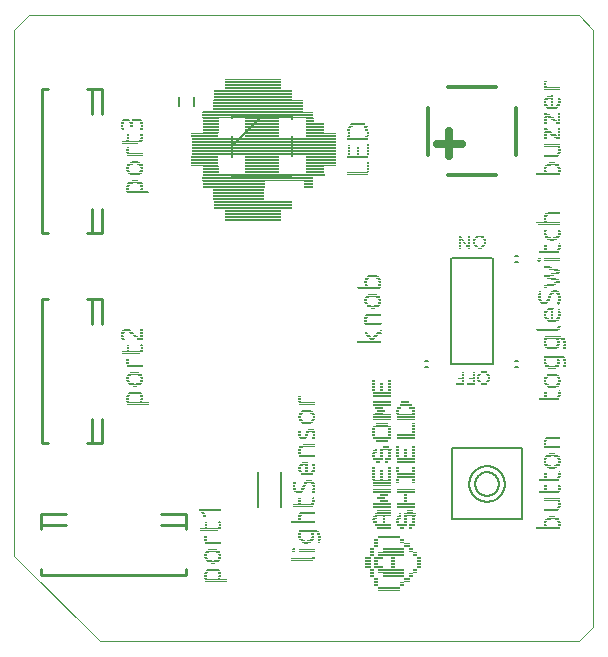
<source format=gto>
G75*
%MOIN*%
%OFA0B0*%
%FSLAX25Y25*%
%IPPOS*%
%LPD*%
%AMOC8*
5,1,8,0,0,1.08239X$1,22.5*
%
%ADD10C,0.00004*%
%ADD11R,0.07330X0.00333*%
%ADD12R,0.07330X0.00334*%
%ADD13R,0.01340X0.00333*%
%ADD14R,0.01330X0.00333*%
%ADD15R,0.01340X0.00334*%
%ADD16R,0.01330X0.00334*%
%ADD17R,0.01670X0.00333*%
%ADD18R,0.01670X0.00334*%
%ADD19R,0.01000X0.00333*%
%ADD20R,0.00670X0.00333*%
%ADD21R,0.01000X0.00334*%
%ADD22R,0.07000X0.00334*%
%ADD23R,0.07000X0.00333*%
%ADD24R,0.00660X0.00333*%
%ADD25R,0.00660X0.00334*%
%ADD26R,0.08660X0.00333*%
%ADD27R,0.08660X0.00334*%
%ADD28R,0.04670X0.00333*%
%ADD29R,0.04000X0.00333*%
%ADD30R,0.03000X0.00334*%
%ADD31R,0.03000X0.00333*%
%ADD32R,0.02000X0.00333*%
%ADD33R,0.07660X0.00334*%
%ADD34R,0.08000X0.00333*%
%ADD35R,0.05340X0.00333*%
%ADD36R,0.04000X0.00334*%
%ADD37R,0.05340X0.00334*%
%ADD38R,0.00340X0.00333*%
%ADD39R,0.05330X0.00333*%
%ADD40R,0.05330X0.00334*%
%ADD41R,0.01660X0.00333*%
%ADD42R,0.06670X0.00333*%
%ADD43R,0.06000X0.00333*%
%ADD44R,0.06670X0.00334*%
%ADD45R,0.00670X0.00334*%
%ADD46R,0.03660X0.00334*%
%ADD47R,0.02000X0.00334*%
%ADD48R,0.03660X0.00333*%
%ADD49R,0.08000X0.00334*%
%ADD50R,0.01660X0.00334*%
%ADD51R,0.00330X0.00333*%
%ADD52R,0.04330X0.00333*%
%ADD53R,0.03330X0.00334*%
%ADD54R,0.03670X0.00333*%
%ADD55R,0.03670X0.00334*%
%ADD56R,0.05000X0.00333*%
%ADD57R,0.04670X0.00334*%
%ADD58R,0.04340X0.00333*%
%ADD59R,0.06330X0.00333*%
%ADD60R,0.06340X0.00333*%
%ADD61R,0.06330X0.00334*%
%ADD62R,0.02670X0.00333*%
%ADD63R,0.02670X0.00334*%
%ADD64R,0.06340X0.00334*%
%ADD65R,0.02330X0.00333*%
%ADD66R,0.03330X0.00333*%
%ADD67R,0.02660X0.00334*%
%ADD68R,0.02660X0.00333*%
%ADD69R,0.02330X0.00334*%
%ADD70R,0.05670X0.00334*%
%ADD71R,0.05000X0.00334*%
%ADD72R,0.04330X0.00334*%
%ADD73R,0.04660X0.00333*%
%ADD74R,0.04660X0.00334*%
%ADD75R,0.02340X0.00334*%
%ADD76R,0.03340X0.00334*%
%ADD77R,0.00340X0.00334*%
%ADD78R,0.05670X0.00333*%
%ADD79R,0.00330X0.00334*%
%ADD80R,0.07660X0.00333*%
%ADD81R,0.02340X0.00333*%
%ADD82R,0.18670X0.00333*%
%ADD83R,0.18670X0.00334*%
%ADD84R,0.26000X0.00334*%
%ADD85R,0.26000X0.00333*%
%ADD86R,0.17000X0.00334*%
%ADD87R,0.17000X0.00333*%
%ADD88R,0.20660X0.00333*%
%ADD89R,0.20660X0.00334*%
%ADD90R,0.37000X0.00333*%
%ADD91R,0.37000X0.00334*%
%ADD92R,0.40660X0.00334*%
%ADD93R,0.40660X0.00333*%
%ADD94R,0.11660X0.00334*%
%ADD95R,0.11660X0.00333*%
%ADD96R,0.04340X0.00334*%
%ADD97R,0.09000X0.00333*%
%ADD98R,0.10000X0.00333*%
%ADD99R,0.09000X0.00334*%
%ADD100R,0.10000X0.00334*%
%ADD101R,0.05660X0.00333*%
%ADD102R,0.48000X0.00334*%
%ADD103R,0.48000X0.00333*%
%ADD104R,0.33330X0.00333*%
%ADD105R,0.29670X0.00334*%
%ADD106R,0.29670X0.00333*%
%ADD107C,0.00500*%
%ADD108C,0.01000*%
%ADD109C,0.00800*%
%ADD110C,0.02600*%
%ADD111C,0.01270*%
D10*
X0008874Y0037220D02*
X0037220Y0008874D01*
X0197063Y0008874D01*
X0201787Y0013598D01*
X0201787Y0212811D01*
X0197063Y0217535D01*
X0013598Y0217535D01*
X0008874Y0212811D01*
X0008874Y0037220D01*
D11*
X0050207Y0087706D03*
X0050207Y0088373D03*
X0074207Y0052706D03*
X0074207Y0052373D03*
X0076207Y0029373D03*
X0076207Y0028706D03*
X0104877Y0035706D03*
X0133877Y0043373D03*
X0133877Y0043706D03*
X0133877Y0026706D03*
X0133877Y0026373D03*
X0133877Y0025706D03*
X0050207Y0158373D03*
X0049877Y0158706D03*
D12*
X0050207Y0158039D03*
X0050207Y0088039D03*
X0076207Y0029039D03*
X0107207Y0045039D03*
X0133877Y0044039D03*
X0133877Y0043039D03*
X0133877Y0027039D03*
X0133877Y0026039D03*
D13*
X0129542Y0027373D03*
X0129542Y0027706D03*
X0129542Y0028373D03*
X0129542Y0028706D03*
X0129542Y0029373D03*
X0129542Y0029706D03*
X0129542Y0034373D03*
X0129542Y0034706D03*
X0129542Y0035373D03*
X0129542Y0035706D03*
X0129542Y0040373D03*
X0129542Y0040706D03*
X0129542Y0041373D03*
X0129542Y0041706D03*
X0129542Y0042373D03*
X0129542Y0042706D03*
X0142542Y0038373D03*
X0142542Y0037706D03*
X0142542Y0037373D03*
X0142542Y0032706D03*
X0142542Y0032373D03*
X0142542Y0031706D03*
X0108542Y0061373D03*
X0108542Y0065373D03*
X0104542Y0067373D03*
X0104542Y0073373D03*
X0104542Y0082373D03*
X0104542Y0084706D03*
X0129542Y0110706D03*
X0130542Y0111706D03*
X0128542Y0119706D03*
X0126542Y0123373D03*
X0126542Y0129706D03*
X0126042Y0180206D03*
X0121042Y0180206D03*
X0186542Y0116373D03*
X0186542Y0100706D03*
X0186542Y0094373D03*
X0188542Y0182706D03*
X0104542Y0042706D03*
X0049542Y0110373D03*
D14*
X0048207Y0111373D03*
X0047877Y0111706D03*
X0045207Y0111706D03*
X0047207Y0097373D03*
X0050877Y0097373D03*
X0049207Y0093706D03*
X0073207Y0038373D03*
X0075207Y0034706D03*
X0076877Y0038373D03*
X0104207Y0050706D03*
X0108207Y0042706D03*
X0106207Y0041373D03*
X0105207Y0059706D03*
X0108207Y0084706D03*
X0128207Y0109373D03*
X0127207Y0110373D03*
X0126877Y0110706D03*
X0129207Y0110373D03*
X0126207Y0116706D03*
X0130207Y0123373D03*
X0130207Y0129706D03*
X0157877Y0142706D03*
X0160207Y0140373D03*
X0183877Y0135706D03*
X0188207Y0142373D03*
X0190207Y0143706D03*
X0186207Y0150706D03*
X0189877Y0167373D03*
X0190207Y0176373D03*
X0186207Y0179373D03*
X0190207Y0181373D03*
X0190207Y0187373D03*
X0186207Y0187373D03*
X0186207Y0189373D03*
X0190207Y0128706D03*
X0189207Y0125706D03*
X0190207Y0124706D03*
X0186877Y0122373D03*
X0186207Y0118706D03*
X0190207Y0116373D03*
X0191877Y0109373D03*
X0189877Y0100706D03*
X0186207Y0096706D03*
X0186207Y0067706D03*
X0190207Y0067706D03*
X0189877Y0049373D03*
X0143877Y0036706D03*
X0143877Y0036373D03*
X0143877Y0035706D03*
X0143877Y0035373D03*
X0143877Y0034706D03*
X0143877Y0034373D03*
X0143877Y0033706D03*
X0143877Y0033373D03*
X0141207Y0031373D03*
X0141207Y0030706D03*
X0141207Y0030373D03*
X0138207Y0028373D03*
X0138207Y0027706D03*
X0138207Y0027373D03*
X0135207Y0033373D03*
X0135207Y0033706D03*
X0135207Y0034373D03*
X0135207Y0034706D03*
X0135207Y0035373D03*
X0135207Y0035706D03*
X0135207Y0036373D03*
X0135207Y0036706D03*
X0138207Y0041706D03*
X0138207Y0042373D03*
X0138207Y0042706D03*
X0141207Y0039706D03*
X0141207Y0039373D03*
X0141207Y0038706D03*
X0128207Y0038706D03*
X0128207Y0038373D03*
X0128207Y0037706D03*
X0128207Y0037373D03*
X0128207Y0039373D03*
X0128207Y0039706D03*
X0128207Y0032706D03*
X0128207Y0032373D03*
X0128207Y0031706D03*
X0128207Y0031373D03*
X0128207Y0030706D03*
X0128207Y0030373D03*
X0051207Y0165373D03*
X0051207Y0167373D03*
X0047877Y0181706D03*
D15*
X0126542Y0121039D03*
X0126542Y0117039D03*
X0126542Y0111039D03*
X0106542Y0081039D03*
X0104542Y0065039D03*
X0104542Y0051039D03*
X0129542Y0042039D03*
X0129542Y0041039D03*
X0129542Y0035039D03*
X0129542Y0029039D03*
X0129542Y0028039D03*
X0142542Y0032039D03*
X0142542Y0038039D03*
X0186542Y0107039D03*
X0187542Y0124039D03*
D16*
X0190207Y0132039D03*
X0183877Y0136039D03*
X0157877Y0143039D03*
X0186207Y0167039D03*
X0187877Y0178039D03*
X0188207Y0186039D03*
X0129877Y0111039D03*
X0105207Y0076039D03*
X0104207Y0073039D03*
X0104207Y0067039D03*
X0108207Y0065039D03*
X0105877Y0061039D03*
X0103877Y0058039D03*
X0102207Y0039039D03*
X0128207Y0039039D03*
X0128207Y0038039D03*
X0128207Y0032039D03*
X0128207Y0031039D03*
X0128207Y0030039D03*
X0135207Y0033039D03*
X0135207Y0034039D03*
X0135207Y0035039D03*
X0135207Y0036039D03*
X0135207Y0037039D03*
X0138207Y0042039D03*
X0141207Y0039039D03*
X0143877Y0037039D03*
X0143877Y0036039D03*
X0143877Y0035039D03*
X0143877Y0034039D03*
X0143877Y0033039D03*
X0141207Y0031039D03*
X0141207Y0030039D03*
X0138207Y0028039D03*
X0186207Y0049039D03*
X0186207Y0070039D03*
X0190207Y0070039D03*
X0189877Y0097039D03*
X0191877Y0103039D03*
X0189877Y0107039D03*
X0073207Y0036039D03*
X0073207Y0032039D03*
X0047207Y0091039D03*
X0047207Y0095039D03*
X0051207Y0109039D03*
X0049877Y0110039D03*
X0051207Y0161039D03*
X0050877Y0165039D03*
X0047207Y0165039D03*
X0051207Y0182039D03*
D17*
X0050707Y0167706D03*
X0047377Y0167706D03*
X0047377Y0161373D03*
X0050707Y0161373D03*
X0047707Y0094706D03*
X0073707Y0035706D03*
X0107707Y0079373D03*
X0132707Y0073706D03*
X0132707Y0073373D03*
X0140707Y0052373D03*
X0140707Y0051706D03*
X0139707Y0041373D03*
X0139707Y0040706D03*
X0139707Y0040373D03*
X0139707Y0029706D03*
X0139707Y0029373D03*
X0139707Y0028706D03*
X0126707Y0033373D03*
X0126707Y0033706D03*
X0126707Y0034373D03*
X0126707Y0034706D03*
X0126707Y0035373D03*
X0126707Y0035706D03*
X0126707Y0036373D03*
X0126707Y0036706D03*
X0165377Y0094373D03*
X0165377Y0098706D03*
X0187707Y0119706D03*
X0186377Y0133706D03*
X0186707Y0167373D03*
X0188707Y0177373D03*
X0188377Y0177706D03*
X0187707Y0183373D03*
X0186377Y0184373D03*
X0130377Y0111373D03*
X0186707Y0070373D03*
X0189707Y0070373D03*
X0189707Y0067373D03*
X0186707Y0067373D03*
X0186707Y0049373D03*
D18*
X0186377Y0076039D03*
X0186707Y0097039D03*
X0140707Y0052039D03*
X0139707Y0041039D03*
X0139707Y0029039D03*
X0126707Y0033039D03*
X0126707Y0034039D03*
X0126707Y0035039D03*
X0126707Y0036039D03*
X0126707Y0037039D03*
X0104707Y0059039D03*
X0102707Y0059039D03*
X0132707Y0074039D03*
X0186377Y0179039D03*
X0189707Y0187039D03*
D19*
X0190372Y0187706D03*
X0190712Y0188373D03*
X0190712Y0188706D03*
X0190712Y0189373D03*
X0186042Y0187706D03*
X0186042Y0184706D03*
X0186042Y0183373D03*
X0186042Y0182706D03*
X0186042Y0182373D03*
X0186042Y0181706D03*
X0186042Y0181373D03*
X0186042Y0179706D03*
X0186042Y0177706D03*
X0186042Y0177373D03*
X0186042Y0176706D03*
X0186042Y0176373D03*
X0190712Y0172706D03*
X0190712Y0172373D03*
X0190712Y0171706D03*
X0190372Y0171373D03*
X0190372Y0166706D03*
X0190712Y0166373D03*
X0190712Y0165706D03*
X0190712Y0165373D03*
X0186042Y0165373D03*
X0186042Y0166706D03*
X0186042Y0150373D03*
X0186042Y0148706D03*
X0186042Y0145706D03*
X0186042Y0144373D03*
X0186372Y0143706D03*
X0186042Y0140706D03*
X0186042Y0140373D03*
X0186042Y0139706D03*
X0186042Y0139373D03*
X0184042Y0136373D03*
X0190372Y0139373D03*
X0190712Y0139706D03*
X0190712Y0140373D03*
X0190712Y0140706D03*
X0190712Y0144373D03*
X0190712Y0144706D03*
X0190712Y0145373D03*
X0186042Y0126706D03*
X0187712Y0124373D03*
X0187372Y0123706D03*
X0187372Y0123373D03*
X0187042Y0122706D03*
X0184372Y0122373D03*
X0184042Y0122706D03*
X0184042Y0123373D03*
X0184042Y0123706D03*
X0184042Y0124373D03*
X0186042Y0118373D03*
X0186042Y0116706D03*
X0190372Y0116706D03*
X0190712Y0117373D03*
X0190712Y0117706D03*
X0190712Y0118373D03*
X0190372Y0121373D03*
X0190372Y0121706D03*
X0190712Y0122373D03*
X0190712Y0122706D03*
X0190712Y0123373D03*
X0190712Y0123706D03*
X0190372Y0124373D03*
X0190712Y0113706D03*
X0190372Y0113373D03*
X0190042Y0109373D03*
X0190372Y0108706D03*
X0190372Y0108373D03*
X0190372Y0107706D03*
X0190042Y0107373D03*
X0192372Y0107373D03*
X0192372Y0106706D03*
X0192372Y0106373D03*
X0192372Y0108373D03*
X0192372Y0108706D03*
X0192372Y0102706D03*
X0192372Y0102373D03*
X0192372Y0100706D03*
X0192372Y0100373D03*
X0190372Y0101373D03*
X0190372Y0101706D03*
X0190372Y0102373D03*
X0186042Y0101373D03*
X0186042Y0096373D03*
X0186042Y0094706D03*
X0186042Y0091706D03*
X0186042Y0091373D03*
X0186042Y0090706D03*
X0186042Y0090373D03*
X0190372Y0090373D03*
X0190712Y0090706D03*
X0190712Y0091373D03*
X0190712Y0091706D03*
X0190372Y0094706D03*
X0190712Y0095373D03*
X0190712Y0095706D03*
X0190372Y0096706D03*
X0186042Y0107373D03*
X0186042Y0107706D03*
X0186042Y0109373D03*
X0167042Y0097373D03*
X0166712Y0097706D03*
X0167042Y0095706D03*
X0166712Y0095373D03*
X0164042Y0095373D03*
X0163712Y0095706D03*
X0163712Y0097373D03*
X0164042Y0097706D03*
X0142042Y0085706D03*
X0142042Y0085373D03*
X0142042Y0084706D03*
X0142042Y0081373D03*
X0142042Y0080706D03*
X0142042Y0080373D03*
X0142042Y0079706D03*
X0142042Y0079373D03*
X0142042Y0078706D03*
X0142042Y0078373D03*
X0142042Y0073706D03*
X0142042Y0073373D03*
X0142042Y0072706D03*
X0142042Y0072373D03*
X0142042Y0071706D03*
X0142042Y0071373D03*
X0142042Y0070706D03*
X0142042Y0070373D03*
X0139372Y0070373D03*
X0139372Y0070706D03*
X0139372Y0071373D03*
X0139372Y0071706D03*
X0139372Y0072373D03*
X0139372Y0072706D03*
X0136712Y0072706D03*
X0136712Y0072373D03*
X0136712Y0071706D03*
X0136712Y0071373D03*
X0136712Y0070706D03*
X0136712Y0070373D03*
X0134042Y0070373D03*
X0134042Y0070706D03*
X0134042Y0071373D03*
X0134042Y0071706D03*
X0134042Y0072373D03*
X0131372Y0072373D03*
X0131372Y0071706D03*
X0131372Y0071373D03*
X0131372Y0070706D03*
X0131372Y0070373D03*
X0133042Y0068706D03*
X0133042Y0068373D03*
X0134042Y0066706D03*
X0134042Y0066373D03*
X0134042Y0065706D03*
X0134042Y0065373D03*
X0134042Y0064706D03*
X0134042Y0064373D03*
X0134042Y0063706D03*
X0134042Y0063373D03*
X0134042Y0062706D03*
X0131372Y0062706D03*
X0131372Y0063373D03*
X0131372Y0063706D03*
X0131372Y0064373D03*
X0131372Y0064706D03*
X0131372Y0065373D03*
X0131372Y0065706D03*
X0128712Y0065706D03*
X0128712Y0065373D03*
X0128712Y0064706D03*
X0128712Y0064373D03*
X0128712Y0063706D03*
X0128712Y0063373D03*
X0128712Y0062706D03*
X0128712Y0066373D03*
X0128712Y0066706D03*
X0128712Y0070373D03*
X0128712Y0070706D03*
X0128712Y0071373D03*
X0128712Y0077373D03*
X0128712Y0077706D03*
X0128712Y0078373D03*
X0128712Y0078706D03*
X0128712Y0079373D03*
X0128712Y0079706D03*
X0134042Y0079706D03*
X0134042Y0079373D03*
X0134042Y0078706D03*
X0134042Y0078373D03*
X0134042Y0077706D03*
X0134042Y0077373D03*
X0136712Y0073706D03*
X0136712Y0073373D03*
X0136712Y0066706D03*
X0136712Y0066373D03*
X0136712Y0065706D03*
X0136712Y0065373D03*
X0136712Y0062706D03*
X0136712Y0062373D03*
X0136712Y0061706D03*
X0139372Y0057706D03*
X0139372Y0057373D03*
X0139372Y0056706D03*
X0139372Y0056373D03*
X0139372Y0055706D03*
X0139372Y0055373D03*
X0139372Y0050373D03*
X0139372Y0049706D03*
X0139372Y0049373D03*
X0139372Y0048706D03*
X0139372Y0048373D03*
X0141042Y0046706D03*
X0141042Y0046373D03*
X0142042Y0048373D03*
X0142042Y0048706D03*
X0142042Y0049373D03*
X0142042Y0049706D03*
X0142042Y0050373D03*
X0136712Y0049373D03*
X0136712Y0048706D03*
X0136712Y0048373D03*
X0128712Y0049373D03*
X0142042Y0061706D03*
X0142042Y0062373D03*
X0142042Y0062706D03*
X0142042Y0065373D03*
X0142042Y0065706D03*
X0142042Y0066373D03*
X0142042Y0066706D03*
X0136712Y0084706D03*
X0136712Y0085373D03*
X0136712Y0085706D03*
X0134042Y0092373D03*
X0134042Y0092706D03*
X0134042Y0093373D03*
X0134042Y0093706D03*
X0134042Y0094373D03*
X0134042Y0094706D03*
X0134042Y0095373D03*
X0134042Y0095706D03*
X0131372Y0094706D03*
X0131372Y0094373D03*
X0131372Y0093706D03*
X0131372Y0093373D03*
X0131372Y0092706D03*
X0131372Y0092373D03*
X0128712Y0092373D03*
X0128712Y0092706D03*
X0128712Y0093373D03*
X0128712Y0093706D03*
X0128712Y0094373D03*
X0128712Y0094706D03*
X0128712Y0095373D03*
X0128712Y0095706D03*
X0126372Y0111373D03*
X0126042Y0115373D03*
X0126042Y0115706D03*
X0126042Y0116373D03*
X0126372Y0121373D03*
X0126042Y0121706D03*
X0126042Y0122373D03*
X0126042Y0122706D03*
X0126372Y0127373D03*
X0126042Y0128373D03*
X0126042Y0128706D03*
X0126372Y0129373D03*
X0130712Y0129373D03*
X0130712Y0128706D03*
X0130712Y0127706D03*
X0130712Y0127373D03*
X0130712Y0122706D03*
X0130712Y0121706D03*
X0130712Y0121373D03*
X0157712Y0143373D03*
X0162372Y0142706D03*
X0163042Y0143373D03*
X0165042Y0143373D03*
X0165712Y0142706D03*
X0165372Y0140706D03*
X0165042Y0140373D03*
X0163042Y0140373D03*
X0162712Y0140706D03*
X0126542Y0176873D03*
X0126542Y0178873D03*
X0126542Y0179206D03*
X0126212Y0179873D03*
X0120872Y0179873D03*
X0120542Y0179206D03*
X0120542Y0178873D03*
X0120542Y0176873D03*
X0186042Y0193706D03*
X0186042Y0195373D03*
X0104042Y0090373D03*
X0104042Y0089706D03*
X0104042Y0089373D03*
X0104042Y0088706D03*
X0104372Y0084373D03*
X0104042Y0083706D03*
X0104042Y0083373D03*
X0104372Y0082706D03*
X0104042Y0078706D03*
X0104042Y0078373D03*
X0104042Y0077706D03*
X0104042Y0077373D03*
X0106372Y0077373D03*
X0106372Y0077706D03*
X0106712Y0078373D03*
X0108712Y0078373D03*
X0108712Y0076706D03*
X0108712Y0076373D03*
X0104042Y0072706D03*
X0104042Y0072373D03*
X0104042Y0071706D03*
X0104042Y0071373D03*
X0106372Y0067373D03*
X0106372Y0066706D03*
X0106372Y0066373D03*
X0106372Y0065706D03*
X0106372Y0065373D03*
X0104372Y0065373D03*
X0104042Y0065706D03*
X0104042Y0066373D03*
X0104042Y0066706D03*
X0108712Y0067373D03*
X0108712Y0067706D03*
X0108712Y0065706D03*
X0106042Y0061373D03*
X0105712Y0060706D03*
X0105372Y0060373D03*
X0105042Y0059373D03*
X0102372Y0059373D03*
X0102372Y0059706D03*
X0102372Y0061373D03*
X0102372Y0061706D03*
X0104042Y0056373D03*
X0104042Y0055706D03*
X0104042Y0055373D03*
X0104042Y0054706D03*
X0108372Y0054706D03*
X0108712Y0055373D03*
X0108712Y0055706D03*
X0108712Y0058373D03*
X0108712Y0058706D03*
X0108712Y0059373D03*
X0108712Y0060706D03*
X0104042Y0050373D03*
X0104042Y0049706D03*
X0104042Y0049373D03*
X0104042Y0044706D03*
X0104042Y0044373D03*
X0104042Y0043706D03*
X0104042Y0043373D03*
X0108372Y0043373D03*
X0108372Y0044373D03*
X0108372Y0044706D03*
X0110372Y0044706D03*
X0110372Y0044373D03*
X0110712Y0043706D03*
X0110712Y0043373D03*
X0110712Y0042706D03*
X0108712Y0036706D03*
X0102042Y0038706D03*
X0102042Y0039373D03*
X0077372Y0037706D03*
X0077372Y0036706D03*
X0077372Y0036373D03*
X0073042Y0036373D03*
X0072712Y0036706D03*
X0072712Y0037373D03*
X0072712Y0037706D03*
X0072712Y0042373D03*
X0072712Y0042706D03*
X0072712Y0043373D03*
X0072712Y0043706D03*
X0077372Y0046706D03*
X0077372Y0048373D03*
X0072372Y0050373D03*
X0072372Y0050706D03*
X0072042Y0051373D03*
X0071712Y0051706D03*
X0073042Y0031706D03*
X0072712Y0031373D03*
X0072712Y0030706D03*
X0072712Y0030373D03*
X0072712Y0029706D03*
X0077372Y0030373D03*
X0077372Y0031373D03*
X0077372Y0031706D03*
X0108372Y0082373D03*
X0108712Y0082706D03*
X0108712Y0084373D03*
X0051372Y0089373D03*
X0051372Y0090373D03*
X0051372Y0090706D03*
X0047042Y0090706D03*
X0046712Y0090373D03*
X0046712Y0089706D03*
X0046712Y0089373D03*
X0046712Y0088706D03*
X0047042Y0095373D03*
X0046712Y0095706D03*
X0046712Y0096373D03*
X0046712Y0096706D03*
X0051372Y0096706D03*
X0051372Y0095706D03*
X0051372Y0095373D03*
X0046712Y0101373D03*
X0046712Y0101706D03*
X0046712Y0102373D03*
X0046712Y0102706D03*
X0051372Y0105706D03*
X0051372Y0107373D03*
X0051372Y0110373D03*
X0051372Y0110706D03*
X0051372Y0111373D03*
X0051372Y0111706D03*
X0051372Y0112373D03*
X0051372Y0112706D03*
X0049042Y0110706D03*
X0045372Y0109373D03*
X0045042Y0109706D03*
X0045042Y0110373D03*
X0045042Y0111373D03*
X0046712Y0159373D03*
X0046712Y0159706D03*
X0046712Y0160373D03*
X0047042Y0160706D03*
X0051372Y0160706D03*
X0051372Y0160373D03*
X0051372Y0159373D03*
X0051372Y0165706D03*
X0051372Y0166706D03*
X0047042Y0167373D03*
X0046712Y0166706D03*
X0046712Y0166373D03*
X0046712Y0165706D03*
X0047042Y0165373D03*
X0046712Y0171706D03*
X0046712Y0172373D03*
X0046712Y0172706D03*
X0046712Y0175706D03*
X0045042Y0179706D03*
X0045042Y0181373D03*
X0045042Y0181706D03*
X0048042Y0181373D03*
X0048042Y0180706D03*
X0048042Y0180373D03*
X0051372Y0179706D03*
X0051372Y0179373D03*
X0051372Y0177706D03*
X0051372Y0177373D03*
X0051372Y0176373D03*
X0051372Y0181373D03*
X0051372Y0181706D03*
X0186042Y0075706D03*
X0186042Y0069706D03*
X0190372Y0069706D03*
X0190712Y0069373D03*
X0190712Y0068706D03*
X0190712Y0068373D03*
X0190712Y0064706D03*
X0190712Y0064373D03*
X0190712Y0063706D03*
X0190372Y0063373D03*
X0190712Y0060373D03*
X0190712Y0059706D03*
X0190712Y0059373D03*
X0190712Y0054706D03*
X0190712Y0054373D03*
X0190712Y0053706D03*
X0190372Y0053373D03*
X0190372Y0048706D03*
X0190712Y0048373D03*
X0190712Y0047706D03*
X0190712Y0047373D03*
X0186042Y0047373D03*
X0186042Y0048706D03*
X0186042Y0059373D03*
X0186042Y0059706D03*
X0186042Y0060373D03*
X0186042Y0060706D03*
X0186042Y0063373D03*
X0186042Y0063706D03*
X0186042Y0064373D03*
X0186042Y0064706D03*
D20*
X0185877Y0068373D03*
X0185877Y0068706D03*
X0185877Y0069373D03*
X0185877Y0074373D03*
X0185877Y0074706D03*
X0185877Y0075373D03*
X0185877Y0095373D03*
X0185877Y0095706D03*
X0185877Y0101706D03*
X0185877Y0102373D03*
X0185877Y0102706D03*
X0190207Y0102706D03*
X0185877Y0108373D03*
X0185877Y0108706D03*
X0188207Y0116373D03*
X0188207Y0116706D03*
X0188207Y0117373D03*
X0188207Y0117706D03*
X0188207Y0118373D03*
X0188207Y0118706D03*
X0185877Y0117706D03*
X0185877Y0117373D03*
X0184207Y0124706D03*
X0184207Y0125373D03*
X0183877Y0135373D03*
X0185877Y0144706D03*
X0185877Y0145373D03*
X0185877Y0149373D03*
X0185877Y0149706D03*
X0185877Y0165706D03*
X0185877Y0166373D03*
X0188207Y0187373D03*
X0188207Y0187706D03*
X0188207Y0188373D03*
X0188207Y0188706D03*
X0188207Y0189373D03*
X0188207Y0190706D03*
X0185877Y0188706D03*
X0185877Y0188373D03*
X0185877Y0194373D03*
X0185877Y0194706D03*
X0165877Y0142373D03*
X0165877Y0141706D03*
X0165877Y0141373D03*
X0162207Y0141373D03*
X0162207Y0141706D03*
X0162207Y0142373D03*
X0159207Y0141373D03*
X0158877Y0141706D03*
X0130877Y0128373D03*
X0130877Y0122373D03*
X0126207Y0127706D03*
X0126207Y0111706D03*
X0108877Y0083706D03*
X0108877Y0083373D03*
X0108877Y0077706D03*
X0108877Y0077373D03*
X0108877Y0066706D03*
X0108877Y0066373D03*
X0108877Y0060373D03*
X0108877Y0059706D03*
X0102207Y0060373D03*
X0102207Y0060706D03*
X0077207Y0029706D03*
X0072877Y0046706D03*
X0072877Y0047373D03*
X0072877Y0047706D03*
X0072877Y0048373D03*
X0051207Y0088706D03*
X0046877Y0105706D03*
X0046877Y0106373D03*
X0046877Y0106706D03*
X0046877Y0107373D03*
X0044877Y0110706D03*
X0046877Y0173373D03*
X0046877Y0176373D03*
X0046877Y0176706D03*
X0046877Y0177373D03*
X0046877Y0177706D03*
X0045207Y0179373D03*
X0044877Y0180373D03*
X0044877Y0180706D03*
X0120377Y0178206D03*
X0120377Y0177873D03*
X0120377Y0177206D03*
X0120377Y0173873D03*
X0120377Y0173206D03*
X0120377Y0172873D03*
X0120377Y0172206D03*
X0120377Y0171873D03*
X0120377Y0171206D03*
X0120377Y0170873D03*
X0123377Y0170873D03*
X0123377Y0171206D03*
X0123377Y0171873D03*
X0123377Y0172206D03*
X0123377Y0172873D03*
X0123377Y0173206D03*
X0126707Y0173206D03*
X0126707Y0172873D03*
X0126707Y0172206D03*
X0126707Y0171873D03*
X0126707Y0171206D03*
X0126707Y0170873D03*
X0126707Y0168206D03*
X0126707Y0167873D03*
X0126707Y0167206D03*
X0126707Y0166873D03*
X0126707Y0166206D03*
X0126707Y0165873D03*
X0126707Y0165206D03*
X0126707Y0173873D03*
X0126707Y0174206D03*
X0126707Y0177206D03*
X0126707Y0177873D03*
X0126707Y0178206D03*
X0162207Y0098373D03*
X0162207Y0097706D03*
X0162207Y0097373D03*
X0162207Y0096706D03*
X0162207Y0095706D03*
X0162207Y0095373D03*
X0167207Y0096373D03*
X0167207Y0096706D03*
X0132207Y0050373D03*
X0132207Y0049706D03*
X0132207Y0049373D03*
X0132207Y0048706D03*
X0132207Y0048373D03*
X0185877Y0048373D03*
X0185877Y0047706D03*
D21*
X0186042Y0047039D03*
X0190712Y0047039D03*
X0190712Y0048039D03*
X0190372Y0049039D03*
X0190712Y0054039D03*
X0190712Y0055039D03*
X0190372Y0059039D03*
X0190712Y0060039D03*
X0190712Y0064039D03*
X0190372Y0068039D03*
X0190712Y0069039D03*
X0186042Y0068039D03*
X0186042Y0065039D03*
X0186042Y0064039D03*
X0186042Y0060039D03*
X0186042Y0059039D03*
X0186042Y0091039D03*
X0186042Y0092039D03*
X0186042Y0095039D03*
X0190712Y0096039D03*
X0192372Y0100039D03*
X0192372Y0101039D03*
X0192372Y0102039D03*
X0190372Y0102039D03*
X0190042Y0101039D03*
X0190042Y0103039D03*
X0186042Y0103039D03*
X0186042Y0101039D03*
X0190372Y0108039D03*
X0192372Y0107039D03*
X0192372Y0109039D03*
X0186042Y0117039D03*
X0190712Y0118039D03*
X0190712Y0123039D03*
X0190712Y0124039D03*
X0187042Y0123039D03*
X0184042Y0123039D03*
X0184042Y0124039D03*
X0184372Y0125039D03*
X0186042Y0140039D03*
X0186042Y0141039D03*
X0186042Y0144039D03*
X0186042Y0146039D03*
X0190372Y0144039D03*
X0190712Y0145039D03*
X0190712Y0140039D03*
X0190712Y0165039D03*
X0190712Y0166039D03*
X0190372Y0167039D03*
X0186042Y0165039D03*
X0190712Y0172039D03*
X0190712Y0173039D03*
X0190372Y0176039D03*
X0186042Y0176039D03*
X0186042Y0177039D03*
X0186042Y0178039D03*
X0186042Y0182039D03*
X0186042Y0183039D03*
X0186042Y0189039D03*
X0190372Y0190039D03*
X0190712Y0189039D03*
X0190712Y0188039D03*
X0165372Y0143039D03*
X0165712Y0141039D03*
X0162372Y0141039D03*
X0162712Y0143039D03*
X0160372Y0140039D03*
X0130712Y0129039D03*
X0130712Y0123039D03*
X0130372Y0121039D03*
X0126042Y0122039D03*
X0126372Y0123039D03*
X0126042Y0128039D03*
X0126042Y0129039D03*
X0126042Y0116039D03*
X0126042Y0115039D03*
X0130712Y0112039D03*
X0128712Y0096039D03*
X0128712Y0095039D03*
X0128712Y0094039D03*
X0128712Y0093039D03*
X0128712Y0092039D03*
X0131372Y0092039D03*
X0131372Y0093039D03*
X0131372Y0094039D03*
X0131372Y0095039D03*
X0134042Y0095039D03*
X0134042Y0094039D03*
X0134042Y0093039D03*
X0134042Y0092039D03*
X0134042Y0096039D03*
X0136712Y0086039D03*
X0136712Y0085039D03*
X0142042Y0085039D03*
X0142042Y0086039D03*
X0142042Y0081039D03*
X0142042Y0080039D03*
X0142042Y0079039D03*
X0142042Y0078039D03*
X0142042Y0074039D03*
X0142042Y0073039D03*
X0142042Y0072039D03*
X0142042Y0071039D03*
X0142042Y0070039D03*
X0139372Y0070039D03*
X0139372Y0071039D03*
X0139372Y0072039D03*
X0139372Y0073039D03*
X0136712Y0073039D03*
X0136712Y0072039D03*
X0136712Y0071039D03*
X0136712Y0070039D03*
X0134042Y0070039D03*
X0134042Y0071039D03*
X0134042Y0072039D03*
X0131372Y0072039D03*
X0131372Y0071039D03*
X0131372Y0070039D03*
X0133042Y0068039D03*
X0134042Y0066039D03*
X0134042Y0065039D03*
X0134042Y0064039D03*
X0134042Y0063039D03*
X0131372Y0063039D03*
X0131372Y0064039D03*
X0131372Y0065039D03*
X0128712Y0065039D03*
X0128712Y0064039D03*
X0128712Y0063039D03*
X0128712Y0066039D03*
X0128712Y0070039D03*
X0128712Y0071039D03*
X0128712Y0078039D03*
X0128712Y0079039D03*
X0134042Y0079039D03*
X0134042Y0078039D03*
X0136712Y0074039D03*
X0136712Y0066039D03*
X0136712Y0063039D03*
X0136712Y0062039D03*
X0139372Y0057039D03*
X0139372Y0056039D03*
X0139372Y0050039D03*
X0139372Y0049039D03*
X0139372Y0048039D03*
X0142042Y0048039D03*
X0142042Y0049039D03*
X0142042Y0050039D03*
X0136712Y0049039D03*
X0136712Y0048039D03*
X0128712Y0049039D03*
X0142042Y0062039D03*
X0142042Y0063039D03*
X0142042Y0066039D03*
X0164372Y0095039D03*
X0166372Y0095039D03*
X0166372Y0098039D03*
X0164372Y0098039D03*
X0190712Y0091039D03*
X0110712Y0044039D03*
X0110712Y0043039D03*
X0110372Y0042039D03*
X0108372Y0043039D03*
X0104372Y0043039D03*
X0104042Y0044039D03*
X0104042Y0050039D03*
X0104042Y0055039D03*
X0104042Y0056039D03*
X0105372Y0060039D03*
X0108712Y0061039D03*
X0108712Y0059039D03*
X0108712Y0056039D03*
X0108712Y0055039D03*
X0102372Y0061039D03*
X0106372Y0065039D03*
X0106372Y0066039D03*
X0106372Y0067039D03*
X0104042Y0066039D03*
X0108712Y0066039D03*
X0104042Y0072039D03*
X0104372Y0077039D03*
X0104042Y0078039D03*
X0106042Y0077039D03*
X0106372Y0078039D03*
X0108712Y0078039D03*
X0108712Y0077039D03*
X0108712Y0083039D03*
X0108712Y0084039D03*
X0104042Y0084039D03*
X0104042Y0083039D03*
X0104042Y0089039D03*
X0104042Y0090039D03*
X0072042Y0051039D03*
X0077372Y0048039D03*
X0077372Y0047039D03*
X0072712Y0044039D03*
X0072712Y0043039D03*
X0073042Y0038039D03*
X0072712Y0037039D03*
X0077042Y0036039D03*
X0077372Y0038039D03*
X0077042Y0032039D03*
X0077372Y0030039D03*
X0072712Y0030039D03*
X0072712Y0031039D03*
X0108712Y0037039D03*
X0051372Y0089039D03*
X0051042Y0091039D03*
X0051042Y0095039D03*
X0051372Y0097039D03*
X0047042Y0097039D03*
X0046712Y0096039D03*
X0046712Y0090039D03*
X0046712Y0089039D03*
X0046712Y0102039D03*
X0046712Y0103039D03*
X0051372Y0106039D03*
X0051372Y0107039D03*
X0051372Y0110039D03*
X0051372Y0111039D03*
X0051372Y0112039D03*
X0051372Y0113039D03*
X0048712Y0111039D03*
X0045042Y0111039D03*
X0045042Y0110039D03*
X0045372Y0109039D03*
X0046712Y0159039D03*
X0046712Y0160039D03*
X0047042Y0161039D03*
X0051372Y0159039D03*
X0051372Y0166039D03*
X0051372Y0167039D03*
X0046712Y0167039D03*
X0046712Y0166039D03*
X0046712Y0172039D03*
X0046712Y0173039D03*
X0051372Y0176039D03*
X0051372Y0180039D03*
X0048042Y0181039D03*
X0045042Y0180039D03*
X0120542Y0179539D03*
X0126542Y0179539D03*
D22*
X0123542Y0176539D03*
X0123542Y0170539D03*
X0123542Y0164539D03*
X0187372Y0139039D03*
X0187372Y0090039D03*
X0187372Y0063039D03*
X0135372Y0039039D03*
X0135372Y0031039D03*
X0135372Y0030039D03*
X0074372Y0052039D03*
D23*
X0074372Y0046373D03*
X0105372Y0054373D03*
X0135372Y0039706D03*
X0135372Y0039373D03*
X0135372Y0038706D03*
X0135372Y0031373D03*
X0135372Y0030706D03*
X0135372Y0030373D03*
X0187372Y0058706D03*
X0189042Y0103373D03*
X0189042Y0109706D03*
X0186712Y0112373D03*
X0123542Y0164206D03*
X0123542Y0164873D03*
X0123542Y0169873D03*
X0123542Y0170206D03*
X0123542Y0175873D03*
X0123542Y0176206D03*
X0048372Y0105373D03*
D24*
X0051542Y0106373D03*
X0051542Y0106706D03*
X0051542Y0096373D03*
X0051542Y0089706D03*
X0077542Y0047706D03*
X0077542Y0047373D03*
X0077542Y0037373D03*
X0077542Y0030706D03*
X0108542Y0043706D03*
X0110542Y0042373D03*
X0110542Y0041706D03*
X0108542Y0056373D03*
X0129542Y0072706D03*
X0137542Y0051373D03*
X0137542Y0050706D03*
X0158542Y0095373D03*
X0158542Y0095706D03*
X0158542Y0096706D03*
X0158542Y0097373D03*
X0158542Y0097706D03*
X0158542Y0098373D03*
X0163542Y0096706D03*
X0163542Y0096373D03*
X0190542Y0096373D03*
X0192542Y0101373D03*
X0192542Y0101706D03*
X0192542Y0107706D03*
X0190542Y0118706D03*
X0190542Y0119373D03*
X0190542Y0145706D03*
X0190542Y0173373D03*
X0190542Y0177373D03*
X0190542Y0177706D03*
X0190542Y0178373D03*
X0190542Y0178706D03*
X0190542Y0179373D03*
X0190542Y0179706D03*
X0190542Y0182373D03*
X0190542Y0182706D03*
X0190542Y0183373D03*
X0190542Y0183706D03*
X0190542Y0184373D03*
X0190542Y0184706D03*
X0190542Y0189706D03*
X0160542Y0143706D03*
X0160542Y0143373D03*
X0160542Y0142706D03*
X0160542Y0142373D03*
X0160542Y0141706D03*
X0160542Y0141373D03*
X0160542Y0139706D03*
X0158542Y0142373D03*
X0157542Y0142373D03*
X0157542Y0141706D03*
X0157542Y0141373D03*
X0157542Y0140706D03*
X0157542Y0140373D03*
X0157542Y0139706D03*
X0157542Y0143706D03*
X0190542Y0060706D03*
X0190542Y0055373D03*
X0051542Y0159706D03*
X0051542Y0166373D03*
X0051542Y0176706D03*
X0051542Y0180373D03*
X0051542Y0180706D03*
D25*
X0051542Y0181039D03*
X0051542Y0177039D03*
X0051542Y0160039D03*
X0051542Y0096039D03*
X0051542Y0090039D03*
X0077542Y0037039D03*
X0077542Y0031039D03*
X0102542Y0062039D03*
X0108542Y0058039D03*
X0108542Y0068039D03*
X0108542Y0076039D03*
X0129542Y0073039D03*
X0137542Y0051039D03*
X0108542Y0044039D03*
X0158542Y0095039D03*
X0158542Y0096039D03*
X0158542Y0097039D03*
X0158542Y0098039D03*
X0163542Y0097039D03*
X0163542Y0096039D03*
X0190542Y0095039D03*
X0190542Y0092039D03*
X0192542Y0108039D03*
X0190542Y0117039D03*
X0190542Y0119039D03*
X0190542Y0122039D03*
X0190542Y0141039D03*
X0190542Y0146039D03*
X0160542Y0144039D03*
X0160542Y0143039D03*
X0160542Y0142039D03*
X0160542Y0141039D03*
X0159542Y0141039D03*
X0157542Y0141039D03*
X0157542Y0140039D03*
X0157542Y0142039D03*
X0157542Y0144039D03*
X0190542Y0178039D03*
X0190542Y0179039D03*
X0190542Y0181039D03*
X0190542Y0183039D03*
X0190542Y0184039D03*
X0190542Y0185039D03*
X0190542Y0065039D03*
D26*
X0134542Y0038373D03*
X0134542Y0037706D03*
X0134542Y0037373D03*
X0134542Y0032706D03*
X0134542Y0032373D03*
X0134542Y0031706D03*
D27*
X0134542Y0032039D03*
X0134542Y0038039D03*
D28*
X0132207Y0046373D03*
X0132207Y0046706D03*
X0132207Y0051706D03*
X0187877Y0052373D03*
X0187877Y0170373D03*
X0075207Y0038706D03*
X0075207Y0032373D03*
X0049207Y0091373D03*
X0049207Y0097706D03*
D29*
X0049212Y0094373D03*
X0049212Y0091706D03*
X0075212Y0035373D03*
X0075212Y0032706D03*
X0107212Y0074373D03*
X0106542Y0081706D03*
X0106542Y0085373D03*
X0128542Y0120373D03*
X0128542Y0130373D03*
X0188212Y0186706D03*
X0188212Y0070706D03*
D30*
X0189042Y0125039D03*
X0189042Y0128039D03*
X0188372Y0131039D03*
X0187712Y0133039D03*
X0130372Y0087039D03*
X0128372Y0120039D03*
X0107212Y0159539D03*
X0107212Y0160539D03*
X0107212Y0161539D03*
X0123542Y0181539D03*
X0049042Y0094039D03*
X0049042Y0092039D03*
X0075042Y0035039D03*
X0075042Y0033039D03*
X0130372Y0033039D03*
X0130372Y0034039D03*
X0130372Y0036039D03*
X0130372Y0037039D03*
D31*
X0130372Y0036706D03*
X0130372Y0036373D03*
X0130372Y0033706D03*
X0130372Y0033373D03*
X0106372Y0041706D03*
X0103712Y0058706D03*
X0107712Y0078706D03*
X0106372Y0081373D03*
X0106372Y0085706D03*
X0128372Y0124373D03*
X0128372Y0130706D03*
X0107212Y0159873D03*
X0107212Y0160206D03*
X0107212Y0160873D03*
X0107212Y0161206D03*
X0107212Y0161873D03*
X0049712Y0182706D03*
X0046372Y0112373D03*
X0049042Y0098373D03*
X0075042Y0039373D03*
X0188042Y0127706D03*
X0188042Y0129706D03*
X0188712Y0132706D03*
D32*
X0186542Y0130373D03*
X0189872Y0128373D03*
X0185542Y0121373D03*
X0186872Y0143373D03*
X0189542Y0143373D03*
X0188212Y0168373D03*
X0189872Y0176706D03*
X0187542Y0190373D03*
X0129872Y0120706D03*
X0128212Y0109706D03*
X0141542Y0086706D03*
X0141542Y0086373D03*
X0133542Y0069706D03*
X0133542Y0069373D03*
X0141542Y0047706D03*
X0141542Y0047373D03*
X0107542Y0042373D03*
X0107212Y0062373D03*
X0105872Y0068373D03*
X0105212Y0076373D03*
X0076542Y0035706D03*
X0050542Y0094706D03*
X0050872Y0109373D03*
X0049212Y0162373D03*
X0049212Y0168706D03*
X0046212Y0182706D03*
X0188212Y0071373D03*
X0188212Y0066373D03*
X0188212Y0050373D03*
D33*
X0187042Y0046039D03*
X0105042Y0036039D03*
X0187042Y0164039D03*
D34*
X0186872Y0164373D03*
X0186872Y0164706D03*
X0186872Y0148373D03*
X0186872Y0112706D03*
X0127212Y0108706D03*
X0127212Y0108373D03*
X0127212Y0126706D03*
X0105212Y0048706D03*
X0105212Y0048373D03*
X0105212Y0036373D03*
X0186872Y0046373D03*
X0186872Y0046706D03*
D35*
X0188542Y0110373D03*
X0128542Y0114373D03*
X0128542Y0117373D03*
X0106542Y0088373D03*
X0106542Y0087706D03*
X0106542Y0073706D03*
X0106542Y0070706D03*
X0106542Y0070373D03*
X0106542Y0051373D03*
X0106542Y0039373D03*
X0106542Y0038706D03*
X0047542Y0174706D03*
D36*
X0049212Y0098039D03*
X0075212Y0039039D03*
X0106212Y0042039D03*
X0107212Y0052039D03*
X0129212Y0118039D03*
X0128542Y0124039D03*
X0188212Y0143039D03*
X0188872Y0077039D03*
X0188212Y0067039D03*
D37*
X0188542Y0104039D03*
X0128542Y0114039D03*
X0106542Y0088039D03*
X0106542Y0039039D03*
D38*
X0102042Y0039706D03*
X0131042Y0112373D03*
D39*
X0131877Y0051373D03*
X0131877Y0050706D03*
X0131877Y0047706D03*
X0131877Y0047373D03*
X0188207Y0055706D03*
X0188207Y0056373D03*
X0188207Y0073373D03*
X0188207Y0073706D03*
X0188207Y0135706D03*
X0188207Y0136373D03*
X0188207Y0173706D03*
X0188207Y0174373D03*
X0188207Y0192706D03*
X0188207Y0193373D03*
X0074377Y0182873D03*
X0074377Y0182206D03*
X0074377Y0181873D03*
X0074377Y0181206D03*
X0074377Y0180873D03*
X0074377Y0180206D03*
X0074377Y0179873D03*
X0074377Y0179206D03*
X0074377Y0178873D03*
X0074377Y0178206D03*
X0074377Y0166873D03*
X0074377Y0166206D03*
X0074377Y0165873D03*
X0074377Y0165206D03*
X0074377Y0164873D03*
X0049207Y0170706D03*
X0049207Y0100706D03*
X0049207Y0100373D03*
X0075207Y0041706D03*
X0075207Y0041373D03*
D40*
X0075207Y0042039D03*
X0049207Y0101039D03*
X0074377Y0164539D03*
X0074377Y0165539D03*
X0074377Y0166539D03*
X0074377Y0178539D03*
X0074377Y0179539D03*
X0074377Y0180539D03*
X0074377Y0181539D03*
X0074377Y0182539D03*
X0049207Y0171039D03*
X0131877Y0051039D03*
X0131877Y0047039D03*
X0188207Y0056039D03*
X0188207Y0073039D03*
X0188207Y0136039D03*
X0188207Y0174039D03*
X0188207Y0193039D03*
D41*
X0189042Y0182373D03*
X0190042Y0181706D03*
X0160042Y0140706D03*
X0164042Y0139706D03*
X0188042Y0124706D03*
X0190042Y0131706D03*
X0190042Y0094373D03*
X0137042Y0086706D03*
X0137042Y0086373D03*
X0129042Y0072373D03*
X0129042Y0071706D03*
X0130042Y0068706D03*
X0130042Y0068373D03*
X0129042Y0050373D03*
X0129042Y0049706D03*
X0129042Y0048706D03*
X0129042Y0048373D03*
X0137042Y0049706D03*
X0137042Y0050373D03*
X0138042Y0046706D03*
X0138042Y0046373D03*
X0105042Y0042373D03*
X0127042Y0120706D03*
X0051042Y0175706D03*
D42*
X0048207Y0175373D03*
X0107207Y0045373D03*
X0187207Y0058373D03*
X0187207Y0062706D03*
X0187207Y0089706D03*
X0188877Y0103706D03*
X0187207Y0138706D03*
D43*
X0106872Y0045706D03*
X0073872Y0045706D03*
X0047872Y0104706D03*
D44*
X0048207Y0105039D03*
X0074207Y0046039D03*
X0105207Y0054039D03*
X0188877Y0110039D03*
D45*
X0190207Y0109039D03*
X0185877Y0109039D03*
X0185877Y0108039D03*
X0185877Y0102039D03*
X0185877Y0096039D03*
X0167207Y0096039D03*
X0167207Y0097039D03*
X0162207Y0097039D03*
X0162207Y0096039D03*
X0162207Y0095039D03*
X0162207Y0098039D03*
X0185877Y0118039D03*
X0188207Y0118039D03*
X0188207Y0117039D03*
X0185877Y0134039D03*
X0185877Y0145039D03*
X0185877Y0149039D03*
X0185877Y0150039D03*
X0185877Y0166039D03*
X0185877Y0185039D03*
X0185877Y0188039D03*
X0188207Y0188039D03*
X0188207Y0189039D03*
X0185877Y0194039D03*
X0185877Y0195039D03*
X0165877Y0142039D03*
X0162207Y0142039D03*
X0158877Y0142039D03*
X0130877Y0128039D03*
X0130877Y0122039D03*
X0104207Y0079039D03*
X0108877Y0067039D03*
X0108877Y0060039D03*
X0102207Y0060039D03*
X0104207Y0049039D03*
X0132207Y0049039D03*
X0132207Y0048039D03*
X0132207Y0050039D03*
X0185877Y0048039D03*
X0185877Y0069039D03*
X0185877Y0074039D03*
X0185877Y0075039D03*
X0126707Y0165539D03*
X0126707Y0166539D03*
X0126707Y0167539D03*
X0126707Y0171539D03*
X0126707Y0172539D03*
X0126707Y0173539D03*
X0123377Y0173539D03*
X0123377Y0172539D03*
X0123377Y0171539D03*
X0120377Y0171539D03*
X0120377Y0172539D03*
X0120377Y0173539D03*
X0120377Y0177539D03*
X0120377Y0178539D03*
X0126707Y0178539D03*
X0126707Y0177539D03*
X0051207Y0179039D03*
X0046877Y0177039D03*
X0046877Y0176039D03*
X0044877Y0181039D03*
X0046877Y0107039D03*
X0046877Y0106039D03*
X0072877Y0048039D03*
X0072877Y0047039D03*
D46*
X0130042Y0069039D03*
X0138042Y0047039D03*
X0188042Y0100039D03*
X0049042Y0162039D03*
D47*
X0121712Y0180539D03*
X0125372Y0180539D03*
X0186542Y0184039D03*
X0189872Y0171039D03*
X0189872Y0129039D03*
X0186542Y0127039D03*
X0188212Y0098039D03*
X0189872Y0053039D03*
X0141542Y0047039D03*
X0133542Y0069039D03*
X0137212Y0087039D03*
X0141542Y0087039D03*
X0107872Y0082039D03*
D48*
X0130042Y0069706D03*
X0130042Y0069373D03*
X0138042Y0047706D03*
X0138042Y0047373D03*
X0188042Y0106373D03*
X0049042Y0164373D03*
X0049042Y0168373D03*
D49*
X0127212Y0127039D03*
X0127212Y0109039D03*
X0105212Y0048039D03*
X0186872Y0113039D03*
X0186872Y0148039D03*
D50*
X0164042Y0144039D03*
X0188042Y0183039D03*
X0105042Y0082039D03*
X0129042Y0072039D03*
X0130042Y0068039D03*
X0129042Y0050039D03*
X0129042Y0048039D03*
X0137042Y0050039D03*
D51*
X0108707Y0056706D03*
X0077377Y0048706D03*
X0051377Y0107706D03*
X0190707Y0092373D03*
X0190707Y0065373D03*
X0190707Y0141373D03*
D52*
X0188707Y0151706D03*
X0188377Y0167706D03*
X0188377Y0097373D03*
X0188377Y0049706D03*
X0139377Y0087373D03*
X0139377Y0087706D03*
X0131377Y0081373D03*
X0131377Y0080706D03*
X0131377Y0075706D03*
X0131377Y0075373D03*
X0106377Y0064706D03*
D53*
X0187207Y0052039D03*
X0188207Y0050039D03*
X0188207Y0071039D03*
X0188207Y0168039D03*
X0187207Y0170039D03*
D54*
X0188377Y0115706D03*
X0188377Y0093706D03*
X0140707Y0051373D03*
X0140707Y0050706D03*
X0132707Y0072706D03*
X0106377Y0064373D03*
D55*
X0132707Y0073039D03*
X0140707Y0051039D03*
D56*
X0106712Y0051706D03*
X0128712Y0117706D03*
X0123542Y0180873D03*
X0188042Y0170706D03*
X0188372Y0151373D03*
X0188372Y0076373D03*
X0188042Y0052706D03*
D57*
X0132207Y0052039D03*
D58*
X0132042Y0052373D03*
X0188042Y0100373D03*
X0188042Y0106706D03*
X0123542Y0181206D03*
X0049042Y0164706D03*
X0049042Y0161706D03*
D59*
X0109207Y0164873D03*
X0109207Y0165206D03*
X0109207Y0165873D03*
X0109207Y0166206D03*
X0109207Y0166873D03*
X0109207Y0178206D03*
X0109207Y0178873D03*
X0109207Y0179206D03*
X0109207Y0179873D03*
X0109207Y0180206D03*
X0109207Y0180873D03*
X0109207Y0181206D03*
X0131377Y0091706D03*
X0131377Y0091373D03*
X0131377Y0090706D03*
X0131377Y0090373D03*
X0131377Y0088706D03*
X0131377Y0088373D03*
X0131377Y0087706D03*
X0131377Y0087373D03*
X0131377Y0084373D03*
X0131377Y0083706D03*
X0131377Y0083373D03*
X0131377Y0082706D03*
X0131377Y0080373D03*
X0131377Y0076706D03*
X0131377Y0076373D03*
X0139377Y0076373D03*
X0139377Y0076706D03*
X0139377Y0077373D03*
X0139377Y0077706D03*
X0139377Y0082706D03*
X0139377Y0083373D03*
X0139377Y0083706D03*
X0139377Y0084373D03*
X0139377Y0069706D03*
X0139377Y0069373D03*
X0139377Y0068706D03*
X0139377Y0068373D03*
X0139377Y0064706D03*
X0139377Y0064373D03*
X0139377Y0063706D03*
X0139377Y0063373D03*
X0139377Y0059373D03*
X0139377Y0058706D03*
X0139377Y0058373D03*
X0139377Y0054706D03*
X0139377Y0054373D03*
X0139377Y0053706D03*
X0139377Y0053373D03*
X0131377Y0053373D03*
X0131377Y0053706D03*
X0131377Y0054373D03*
X0131377Y0054706D03*
X0131377Y0058373D03*
X0131377Y0058706D03*
X0131377Y0059373D03*
X0131377Y0060706D03*
X0131377Y0061373D03*
X0131377Y0061706D03*
X0131377Y0062373D03*
D60*
X0105042Y0053706D03*
X0187042Y0062373D03*
X0187042Y0089373D03*
X0187042Y0138373D03*
D61*
X0139377Y0084039D03*
X0139377Y0083039D03*
X0139377Y0077039D03*
X0131377Y0077039D03*
X0131377Y0080039D03*
X0131377Y0083039D03*
X0131377Y0084039D03*
X0131377Y0088039D03*
X0131377Y0090039D03*
X0131377Y0091039D03*
X0139377Y0069039D03*
X0139377Y0068039D03*
X0139377Y0065039D03*
X0139377Y0064039D03*
X0139377Y0059039D03*
X0139377Y0058039D03*
X0139377Y0055039D03*
X0139377Y0054039D03*
X0131377Y0054039D03*
X0131377Y0055039D03*
X0131377Y0058039D03*
X0131377Y0059039D03*
X0131377Y0061039D03*
X0131377Y0062039D03*
X0109207Y0164539D03*
X0109207Y0165539D03*
X0109207Y0166539D03*
X0109207Y0178539D03*
X0109207Y0179539D03*
X0109207Y0180539D03*
X0109207Y0181539D03*
D62*
X0107377Y0181873D03*
X0107377Y0182206D03*
X0107377Y0182873D03*
X0046207Y0182373D03*
X0131207Y0085706D03*
X0131207Y0085373D03*
X0139207Y0088373D03*
X0139207Y0088706D03*
X0161207Y0094373D03*
X0161207Y0094706D03*
X0188207Y0093373D03*
X0188207Y0099706D03*
X0188207Y0115373D03*
X0189207Y0125373D03*
X0189207Y0129373D03*
X0189207Y0131373D03*
X0186877Y0133373D03*
X0186877Y0178373D03*
X0187207Y0189706D03*
X0105207Y0076706D03*
X0131207Y0056706D03*
X0131207Y0056373D03*
X0132207Y0055706D03*
X0132207Y0055373D03*
X0132207Y0057373D03*
X0132207Y0057706D03*
D63*
X0132207Y0057039D03*
X0131207Y0056039D03*
X0107207Y0062039D03*
X0131207Y0086039D03*
X0139207Y0088039D03*
X0187207Y0119039D03*
X0186877Y0130039D03*
X0188207Y0106039D03*
X0187207Y0187039D03*
X0107377Y0182539D03*
D64*
X0048042Y0175039D03*
X0187042Y0058039D03*
D65*
X0165377Y0094706D03*
X0165377Y0098373D03*
X0161377Y0096373D03*
X0157707Y0096373D03*
X0187377Y0119373D03*
X0189707Y0132373D03*
X0186707Y0178706D03*
X0186707Y0183706D03*
X0103707Y0058373D03*
X0050707Y0109706D03*
X0046377Y0112706D03*
D66*
X0107207Y0061706D03*
X0187207Y0127373D03*
X0187207Y0130706D03*
X0188207Y0142706D03*
X0188207Y0186373D03*
X0188207Y0097706D03*
X0188207Y0066706D03*
X0049877Y0182373D03*
D67*
X0130542Y0085039D03*
X0106542Y0064039D03*
D68*
X0105542Y0067706D03*
X0130542Y0084706D03*
X0130542Y0086373D03*
X0130542Y0086706D03*
X0157542Y0094373D03*
X0157542Y0094706D03*
X0185542Y0121706D03*
D69*
X0189707Y0177039D03*
X0189707Y0182039D03*
X0187377Y0190039D03*
X0107707Y0079039D03*
X0105707Y0068039D03*
X0049707Y0183039D03*
D70*
X0106377Y0071039D03*
D71*
X0106712Y0074039D03*
X0188372Y0151039D03*
D72*
X0188377Y0116039D03*
X0188377Y0094039D03*
X0131377Y0081039D03*
X0131377Y0076039D03*
X0046707Y0182039D03*
D73*
X0128542Y0123706D03*
X0188542Y0076706D03*
D74*
X0128542Y0130039D03*
X0106542Y0085039D03*
D75*
X0128042Y0110039D03*
X0164042Y0140039D03*
X0049042Y0164039D03*
D76*
X0046542Y0112039D03*
X0185542Y0122039D03*
D77*
X0126042Y0112039D03*
X0045042Y0179039D03*
D78*
X0128377Y0114706D03*
D79*
X0190377Y0121039D03*
D80*
X0187042Y0147706D03*
X0127042Y0126373D03*
D81*
X0164042Y0143706D03*
D82*
X0088377Y0148873D03*
X0088377Y0149206D03*
X0088377Y0149873D03*
X0088377Y0150206D03*
X0088377Y0150873D03*
X0088377Y0151206D03*
X0088377Y0151873D03*
X0088377Y0152206D03*
X0088377Y0192873D03*
X0088377Y0193206D03*
X0088377Y0193873D03*
X0088377Y0194206D03*
X0088377Y0194873D03*
X0088377Y0195206D03*
X0088377Y0195873D03*
D83*
X0088377Y0195539D03*
X0088377Y0194539D03*
X0088377Y0193539D03*
X0088377Y0151539D03*
X0088377Y0150539D03*
X0088377Y0149539D03*
D84*
X0088372Y0152539D03*
X0088372Y0153539D03*
X0088372Y0154539D03*
X0088372Y0189539D03*
X0088372Y0190539D03*
X0088372Y0191539D03*
X0088372Y0192539D03*
D85*
X0088372Y0192206D03*
X0088372Y0191873D03*
X0088372Y0191206D03*
X0088372Y0190873D03*
X0088372Y0190206D03*
X0088372Y0189873D03*
X0088372Y0189206D03*
X0088372Y0155206D03*
X0088372Y0154873D03*
X0088372Y0154206D03*
X0088372Y0153873D03*
X0088372Y0153206D03*
X0088372Y0152873D03*
D86*
X0083872Y0155539D03*
X0083872Y0156539D03*
X0083872Y0157539D03*
X0083872Y0158539D03*
X0083872Y0159539D03*
D87*
X0083872Y0159206D03*
X0083872Y0158873D03*
X0083872Y0158206D03*
X0083872Y0157873D03*
X0083872Y0157206D03*
X0083872Y0156873D03*
X0083872Y0156206D03*
X0083872Y0155873D03*
D88*
X0082042Y0159873D03*
X0082042Y0160206D03*
X0082042Y0160873D03*
X0082042Y0161206D03*
X0082042Y0161873D03*
D89*
X0082042Y0161539D03*
X0082042Y0160539D03*
D90*
X0090212Y0162206D03*
X0090212Y0162873D03*
X0090212Y0163206D03*
X0090212Y0183206D03*
X0090212Y0183873D03*
X0090212Y0184206D03*
X0090212Y0184873D03*
D91*
X0090212Y0184539D03*
X0090212Y0183539D03*
X0090212Y0162539D03*
D92*
X0092042Y0163539D03*
D93*
X0092042Y0163873D03*
X0092042Y0164206D03*
D94*
X0091542Y0164539D03*
X0091542Y0165539D03*
X0091542Y0166539D03*
X0091542Y0167539D03*
X0091542Y0168539D03*
X0091542Y0169539D03*
X0091542Y0177539D03*
X0091542Y0178539D03*
X0091542Y0179539D03*
X0091542Y0180539D03*
X0091542Y0181539D03*
X0091542Y0182539D03*
D95*
X0091542Y0182206D03*
X0091542Y0181873D03*
X0091542Y0181206D03*
X0091542Y0180873D03*
X0091542Y0180206D03*
X0091542Y0179873D03*
X0091542Y0179206D03*
X0091542Y0178873D03*
X0091542Y0178206D03*
X0091542Y0177873D03*
X0091542Y0177206D03*
X0091542Y0176873D03*
X0091542Y0182873D03*
X0091542Y0170206D03*
X0091542Y0169873D03*
X0091542Y0169206D03*
X0091542Y0168873D03*
X0091542Y0168206D03*
X0091542Y0167873D03*
X0091542Y0167206D03*
X0091542Y0166873D03*
X0091542Y0166206D03*
X0091542Y0165873D03*
X0091542Y0165206D03*
X0091542Y0164873D03*
D96*
X0049042Y0168039D03*
D97*
X0072542Y0168206D03*
X0072542Y0167873D03*
X0072542Y0167206D03*
X0072542Y0168873D03*
X0072542Y0169206D03*
X0072542Y0169873D03*
X0072542Y0170206D03*
X0072542Y0176873D03*
X0072542Y0177206D03*
X0072542Y0177873D03*
D98*
X0111042Y0177873D03*
X0111042Y0177206D03*
X0111042Y0176873D03*
X0111042Y0170206D03*
X0111042Y0169873D03*
X0111042Y0169206D03*
X0111042Y0168873D03*
X0111042Y0168206D03*
X0111042Y0167873D03*
X0111042Y0167206D03*
D99*
X0072542Y0167539D03*
X0072542Y0168539D03*
X0072542Y0169539D03*
X0072542Y0177539D03*
D100*
X0111042Y0177539D03*
X0111042Y0169539D03*
X0111042Y0168539D03*
X0111042Y0167539D03*
D101*
X0049042Y0171373D03*
D102*
X0092042Y0171539D03*
X0092042Y0170539D03*
X0092042Y0172539D03*
X0092042Y0173539D03*
X0092042Y0174539D03*
X0092042Y0175539D03*
X0092042Y0176539D03*
D103*
X0092042Y0176206D03*
X0092042Y0175873D03*
X0092042Y0175206D03*
X0092042Y0174873D03*
X0092042Y0174206D03*
X0092042Y0173873D03*
X0092042Y0173206D03*
X0092042Y0172873D03*
X0092042Y0172206D03*
X0092042Y0171873D03*
X0092042Y0171206D03*
X0092042Y0170873D03*
D104*
X0088377Y0185206D03*
D105*
X0090207Y0185539D03*
X0090207Y0186539D03*
X0090207Y0187539D03*
X0090207Y0188539D03*
D106*
X0090207Y0188206D03*
X0090207Y0187873D03*
X0090207Y0187206D03*
X0090207Y0186873D03*
X0090207Y0186206D03*
X0090207Y0185873D03*
X0090207Y0188873D03*
D107*
X0068874Y0190374D02*
X0068874Y0187374D01*
X0063874Y0187374D02*
X0063874Y0190374D01*
X0145874Y0102374D02*
X0146874Y0102374D01*
X0146874Y0100374D02*
X0145874Y0100374D01*
X0154484Y0101157D02*
X0154484Y0136591D01*
X0154681Y0136591D02*
X0168067Y0136591D01*
X0168264Y0136591D02*
X0168264Y0101157D01*
X0168067Y0101157D02*
X0154681Y0101157D01*
X0175874Y0100374D02*
X0176874Y0100374D01*
X0176874Y0102374D02*
X0175874Y0102374D01*
X0178185Y0073185D02*
X0154563Y0073185D01*
X0154563Y0049563D01*
X0178185Y0049563D01*
X0178185Y0073185D01*
X0162437Y0061374D02*
X0162439Y0061499D01*
X0162445Y0061624D01*
X0162455Y0061748D01*
X0162469Y0061872D01*
X0162486Y0061996D01*
X0162508Y0062119D01*
X0162534Y0062241D01*
X0162563Y0062363D01*
X0162596Y0062483D01*
X0162634Y0062602D01*
X0162674Y0062721D01*
X0162719Y0062837D01*
X0162767Y0062952D01*
X0162819Y0063066D01*
X0162875Y0063178D01*
X0162934Y0063288D01*
X0162996Y0063396D01*
X0163062Y0063503D01*
X0163131Y0063607D01*
X0163204Y0063708D01*
X0163279Y0063808D01*
X0163358Y0063905D01*
X0163440Y0063999D01*
X0163525Y0064091D01*
X0163612Y0064180D01*
X0163703Y0064266D01*
X0163796Y0064349D01*
X0163892Y0064430D01*
X0163990Y0064507D01*
X0164090Y0064581D01*
X0164193Y0064652D01*
X0164298Y0064719D01*
X0164406Y0064784D01*
X0164515Y0064844D01*
X0164626Y0064902D01*
X0164739Y0064955D01*
X0164853Y0065005D01*
X0164969Y0065052D01*
X0165086Y0065094D01*
X0165205Y0065133D01*
X0165325Y0065169D01*
X0165446Y0065200D01*
X0165568Y0065228D01*
X0165690Y0065251D01*
X0165814Y0065271D01*
X0165938Y0065287D01*
X0166062Y0065299D01*
X0166187Y0065307D01*
X0166312Y0065311D01*
X0166436Y0065311D01*
X0166561Y0065307D01*
X0166686Y0065299D01*
X0166810Y0065287D01*
X0166934Y0065271D01*
X0167058Y0065251D01*
X0167180Y0065228D01*
X0167302Y0065200D01*
X0167423Y0065169D01*
X0167543Y0065133D01*
X0167662Y0065094D01*
X0167779Y0065052D01*
X0167895Y0065005D01*
X0168009Y0064955D01*
X0168122Y0064902D01*
X0168233Y0064844D01*
X0168343Y0064784D01*
X0168450Y0064719D01*
X0168555Y0064652D01*
X0168658Y0064581D01*
X0168758Y0064507D01*
X0168856Y0064430D01*
X0168952Y0064349D01*
X0169045Y0064266D01*
X0169136Y0064180D01*
X0169223Y0064091D01*
X0169308Y0063999D01*
X0169390Y0063905D01*
X0169469Y0063808D01*
X0169544Y0063708D01*
X0169617Y0063607D01*
X0169686Y0063503D01*
X0169752Y0063396D01*
X0169814Y0063288D01*
X0169873Y0063178D01*
X0169929Y0063066D01*
X0169981Y0062952D01*
X0170029Y0062837D01*
X0170074Y0062721D01*
X0170114Y0062602D01*
X0170152Y0062483D01*
X0170185Y0062363D01*
X0170214Y0062241D01*
X0170240Y0062119D01*
X0170262Y0061996D01*
X0170279Y0061872D01*
X0170293Y0061748D01*
X0170303Y0061624D01*
X0170309Y0061499D01*
X0170311Y0061374D01*
X0170309Y0061249D01*
X0170303Y0061124D01*
X0170293Y0061000D01*
X0170279Y0060876D01*
X0170262Y0060752D01*
X0170240Y0060629D01*
X0170214Y0060507D01*
X0170185Y0060385D01*
X0170152Y0060265D01*
X0170114Y0060146D01*
X0170074Y0060027D01*
X0170029Y0059911D01*
X0169981Y0059796D01*
X0169929Y0059682D01*
X0169873Y0059570D01*
X0169814Y0059460D01*
X0169752Y0059352D01*
X0169686Y0059245D01*
X0169617Y0059141D01*
X0169544Y0059040D01*
X0169469Y0058940D01*
X0169390Y0058843D01*
X0169308Y0058749D01*
X0169223Y0058657D01*
X0169136Y0058568D01*
X0169045Y0058482D01*
X0168952Y0058399D01*
X0168856Y0058318D01*
X0168758Y0058241D01*
X0168658Y0058167D01*
X0168555Y0058096D01*
X0168450Y0058029D01*
X0168342Y0057964D01*
X0168233Y0057904D01*
X0168122Y0057846D01*
X0168009Y0057793D01*
X0167895Y0057743D01*
X0167779Y0057696D01*
X0167662Y0057654D01*
X0167543Y0057615D01*
X0167423Y0057579D01*
X0167302Y0057548D01*
X0167180Y0057520D01*
X0167058Y0057497D01*
X0166934Y0057477D01*
X0166810Y0057461D01*
X0166686Y0057449D01*
X0166561Y0057441D01*
X0166436Y0057437D01*
X0166312Y0057437D01*
X0166187Y0057441D01*
X0166062Y0057449D01*
X0165938Y0057461D01*
X0165814Y0057477D01*
X0165690Y0057497D01*
X0165568Y0057520D01*
X0165446Y0057548D01*
X0165325Y0057579D01*
X0165205Y0057615D01*
X0165086Y0057654D01*
X0164969Y0057696D01*
X0164853Y0057743D01*
X0164739Y0057793D01*
X0164626Y0057846D01*
X0164515Y0057904D01*
X0164405Y0057964D01*
X0164298Y0058029D01*
X0164193Y0058096D01*
X0164090Y0058167D01*
X0163990Y0058241D01*
X0163892Y0058318D01*
X0163796Y0058399D01*
X0163703Y0058482D01*
X0163612Y0058568D01*
X0163525Y0058657D01*
X0163440Y0058749D01*
X0163358Y0058843D01*
X0163279Y0058940D01*
X0163204Y0059040D01*
X0163131Y0059141D01*
X0163062Y0059245D01*
X0162996Y0059352D01*
X0162934Y0059460D01*
X0162875Y0059570D01*
X0162819Y0059682D01*
X0162767Y0059796D01*
X0162719Y0059911D01*
X0162674Y0060027D01*
X0162634Y0060146D01*
X0162596Y0060265D01*
X0162563Y0060385D01*
X0162534Y0060507D01*
X0162508Y0060629D01*
X0162486Y0060752D01*
X0162469Y0060876D01*
X0162455Y0061000D01*
X0162445Y0061124D01*
X0162439Y0061249D01*
X0162437Y0061374D01*
X0160455Y0061374D02*
X0160457Y0061528D01*
X0160463Y0061681D01*
X0160473Y0061835D01*
X0160487Y0061988D01*
X0160505Y0062140D01*
X0160527Y0062292D01*
X0160552Y0062444D01*
X0160582Y0062595D01*
X0160616Y0062745D01*
X0160653Y0062894D01*
X0160695Y0063042D01*
X0160740Y0063188D01*
X0160789Y0063334D01*
X0160842Y0063478D01*
X0160898Y0063621D01*
X0160958Y0063763D01*
X0161022Y0063903D01*
X0161090Y0064041D01*
X0161161Y0064177D01*
X0161235Y0064311D01*
X0161313Y0064444D01*
X0161395Y0064574D01*
X0161479Y0064702D01*
X0161567Y0064828D01*
X0161659Y0064952D01*
X0161753Y0065073D01*
X0161851Y0065192D01*
X0161951Y0065308D01*
X0162055Y0065421D01*
X0162162Y0065532D01*
X0162271Y0065640D01*
X0162383Y0065745D01*
X0162498Y0065847D01*
X0162615Y0065946D01*
X0162735Y0066042D01*
X0162858Y0066135D01*
X0162982Y0066225D01*
X0163110Y0066311D01*
X0163239Y0066395D01*
X0163370Y0066474D01*
X0163504Y0066550D01*
X0163639Y0066623D01*
X0163776Y0066692D01*
X0163915Y0066758D01*
X0164056Y0066820D01*
X0164198Y0066878D01*
X0164342Y0066933D01*
X0164487Y0066984D01*
X0164633Y0067031D01*
X0164780Y0067074D01*
X0164929Y0067114D01*
X0165078Y0067149D01*
X0165229Y0067181D01*
X0165380Y0067209D01*
X0165532Y0067233D01*
X0165684Y0067253D01*
X0165837Y0067269D01*
X0165990Y0067281D01*
X0166144Y0067289D01*
X0166297Y0067293D01*
X0166451Y0067293D01*
X0166604Y0067289D01*
X0166758Y0067281D01*
X0166911Y0067269D01*
X0167064Y0067253D01*
X0167216Y0067233D01*
X0167368Y0067209D01*
X0167519Y0067181D01*
X0167670Y0067149D01*
X0167819Y0067114D01*
X0167968Y0067074D01*
X0168115Y0067031D01*
X0168261Y0066984D01*
X0168406Y0066933D01*
X0168550Y0066878D01*
X0168692Y0066820D01*
X0168833Y0066758D01*
X0168972Y0066692D01*
X0169109Y0066623D01*
X0169244Y0066550D01*
X0169378Y0066474D01*
X0169509Y0066395D01*
X0169638Y0066311D01*
X0169766Y0066225D01*
X0169890Y0066135D01*
X0170013Y0066042D01*
X0170133Y0065946D01*
X0170250Y0065847D01*
X0170365Y0065745D01*
X0170477Y0065640D01*
X0170586Y0065532D01*
X0170693Y0065421D01*
X0170797Y0065308D01*
X0170897Y0065192D01*
X0170995Y0065073D01*
X0171089Y0064952D01*
X0171181Y0064828D01*
X0171269Y0064702D01*
X0171353Y0064574D01*
X0171435Y0064444D01*
X0171513Y0064311D01*
X0171587Y0064177D01*
X0171658Y0064041D01*
X0171726Y0063903D01*
X0171790Y0063763D01*
X0171850Y0063621D01*
X0171906Y0063478D01*
X0171959Y0063334D01*
X0172008Y0063188D01*
X0172053Y0063042D01*
X0172095Y0062894D01*
X0172132Y0062745D01*
X0172166Y0062595D01*
X0172196Y0062444D01*
X0172221Y0062292D01*
X0172243Y0062140D01*
X0172261Y0061988D01*
X0172275Y0061835D01*
X0172285Y0061681D01*
X0172291Y0061528D01*
X0172293Y0061374D01*
X0172291Y0061220D01*
X0172285Y0061067D01*
X0172275Y0060913D01*
X0172261Y0060760D01*
X0172243Y0060608D01*
X0172221Y0060456D01*
X0172196Y0060304D01*
X0172166Y0060153D01*
X0172132Y0060003D01*
X0172095Y0059854D01*
X0172053Y0059706D01*
X0172008Y0059560D01*
X0171959Y0059414D01*
X0171906Y0059270D01*
X0171850Y0059127D01*
X0171790Y0058985D01*
X0171726Y0058845D01*
X0171658Y0058707D01*
X0171587Y0058571D01*
X0171513Y0058437D01*
X0171435Y0058304D01*
X0171353Y0058174D01*
X0171269Y0058046D01*
X0171181Y0057920D01*
X0171089Y0057796D01*
X0170995Y0057675D01*
X0170897Y0057556D01*
X0170797Y0057440D01*
X0170693Y0057327D01*
X0170586Y0057216D01*
X0170477Y0057108D01*
X0170365Y0057003D01*
X0170250Y0056901D01*
X0170133Y0056802D01*
X0170013Y0056706D01*
X0169890Y0056613D01*
X0169766Y0056523D01*
X0169638Y0056437D01*
X0169509Y0056353D01*
X0169378Y0056274D01*
X0169244Y0056198D01*
X0169109Y0056125D01*
X0168972Y0056056D01*
X0168833Y0055990D01*
X0168692Y0055928D01*
X0168550Y0055870D01*
X0168406Y0055815D01*
X0168261Y0055764D01*
X0168115Y0055717D01*
X0167968Y0055674D01*
X0167819Y0055634D01*
X0167670Y0055599D01*
X0167519Y0055567D01*
X0167368Y0055539D01*
X0167216Y0055515D01*
X0167064Y0055495D01*
X0166911Y0055479D01*
X0166758Y0055467D01*
X0166604Y0055459D01*
X0166451Y0055455D01*
X0166297Y0055455D01*
X0166144Y0055459D01*
X0165990Y0055467D01*
X0165837Y0055479D01*
X0165684Y0055495D01*
X0165532Y0055515D01*
X0165380Y0055539D01*
X0165229Y0055567D01*
X0165078Y0055599D01*
X0164929Y0055634D01*
X0164780Y0055674D01*
X0164633Y0055717D01*
X0164487Y0055764D01*
X0164342Y0055815D01*
X0164198Y0055870D01*
X0164056Y0055928D01*
X0163915Y0055990D01*
X0163776Y0056056D01*
X0163639Y0056125D01*
X0163504Y0056198D01*
X0163370Y0056274D01*
X0163239Y0056353D01*
X0163110Y0056437D01*
X0162982Y0056523D01*
X0162858Y0056613D01*
X0162735Y0056706D01*
X0162615Y0056802D01*
X0162498Y0056901D01*
X0162383Y0057003D01*
X0162271Y0057108D01*
X0162162Y0057216D01*
X0162055Y0057327D01*
X0161951Y0057440D01*
X0161851Y0057556D01*
X0161753Y0057675D01*
X0161659Y0057796D01*
X0161567Y0057920D01*
X0161479Y0058046D01*
X0161395Y0058174D01*
X0161313Y0058304D01*
X0161235Y0058437D01*
X0161161Y0058571D01*
X0161090Y0058707D01*
X0161022Y0058845D01*
X0160958Y0058985D01*
X0160898Y0059127D01*
X0160842Y0059270D01*
X0160789Y0059414D01*
X0160740Y0059560D01*
X0160695Y0059706D01*
X0160653Y0059854D01*
X0160616Y0060003D01*
X0160582Y0060153D01*
X0160552Y0060304D01*
X0160527Y0060456D01*
X0160505Y0060608D01*
X0160487Y0060760D01*
X0160473Y0060913D01*
X0160463Y0061067D01*
X0160457Y0061220D01*
X0160455Y0061374D01*
X0175874Y0135374D02*
X0176874Y0135374D01*
X0176874Y0137374D02*
X0175874Y0137374D01*
D108*
X0065890Y0031114D02*
X0017858Y0031114D01*
X0017858Y0031205D02*
X0017858Y0032976D01*
X0017858Y0046165D02*
X0017858Y0047650D01*
X0017858Y0051193D01*
X0026126Y0051193D01*
X0026126Y0047650D02*
X0017858Y0047650D01*
X0018114Y0074858D02*
X0018114Y0122890D01*
X0018205Y0122890D02*
X0019976Y0122890D01*
X0033165Y0122890D02*
X0034650Y0122890D01*
X0038193Y0122890D01*
X0038193Y0114622D01*
X0034650Y0114622D02*
X0034650Y0122890D01*
X0034650Y0144858D02*
X0033165Y0144858D01*
X0034650Y0144858D02*
X0038193Y0144858D01*
X0038193Y0153126D01*
X0034650Y0153126D02*
X0034650Y0144858D01*
X0019976Y0144858D02*
X0018205Y0144858D01*
X0018114Y0144858D02*
X0018114Y0192890D01*
X0018205Y0192890D02*
X0019976Y0192890D01*
X0033165Y0192890D02*
X0034650Y0192890D01*
X0038193Y0192890D01*
X0038193Y0184622D01*
X0034650Y0184622D02*
X0034650Y0192890D01*
X0034650Y0083126D02*
X0034650Y0074858D01*
X0033165Y0074858D01*
X0034650Y0074858D02*
X0038193Y0074858D01*
X0038193Y0083126D01*
X0019976Y0074858D02*
X0018205Y0074858D01*
X0057622Y0051193D02*
X0065890Y0051193D01*
X0065890Y0047650D01*
X0065890Y0046165D01*
X0065890Y0047650D02*
X0057622Y0047650D01*
X0065890Y0032976D02*
X0065890Y0031205D01*
D109*
X0089976Y0053500D02*
X0089976Y0065272D01*
X0097693Y0065154D02*
X0097693Y0053500D01*
X0100974Y0163574D02*
X0100974Y0163594D01*
X0081484Y0163594D01*
X0081484Y0164504D01*
X0081374Y0170474D02*
X0081374Y0173874D01*
X0091374Y0183874D01*
X0101054Y0184074D02*
X0101054Y0184084D01*
X0081494Y0184084D01*
X0081494Y0183194D01*
X0081374Y0177274D02*
X0081374Y0173874D01*
X0100974Y0163574D02*
X0101174Y0163574D01*
X0101174Y0164574D01*
X0101374Y0170674D02*
X0101374Y0177374D01*
X0101254Y0183004D02*
X0101254Y0184074D01*
X0101054Y0184074D01*
D110*
X0149732Y0174744D02*
X0158006Y0174744D01*
X0153869Y0170607D02*
X0153869Y0178881D01*
D111*
X0146689Y0186748D02*
X0146689Y0171000D01*
X0153500Y0164189D02*
X0169248Y0164189D01*
X0176059Y0171000D02*
X0176059Y0186748D01*
X0169248Y0193559D02*
X0153500Y0193559D01*
M02*

</source>
